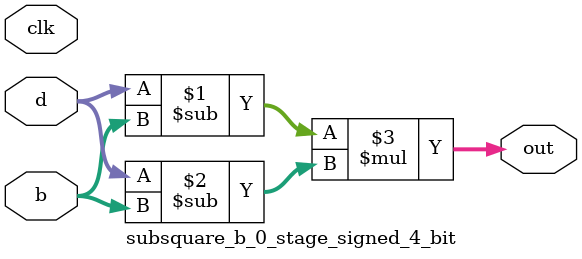
<source format=sv>
(* use_dsp = "yes" *) module subsquare_b_0_stage_signed_4_bit(
	input signed [3:0] b,
	input signed [3:0] d,
	output [3:0] out,
	input clk);

	assign out = (d - b) * (d - b);
endmodule

</source>
